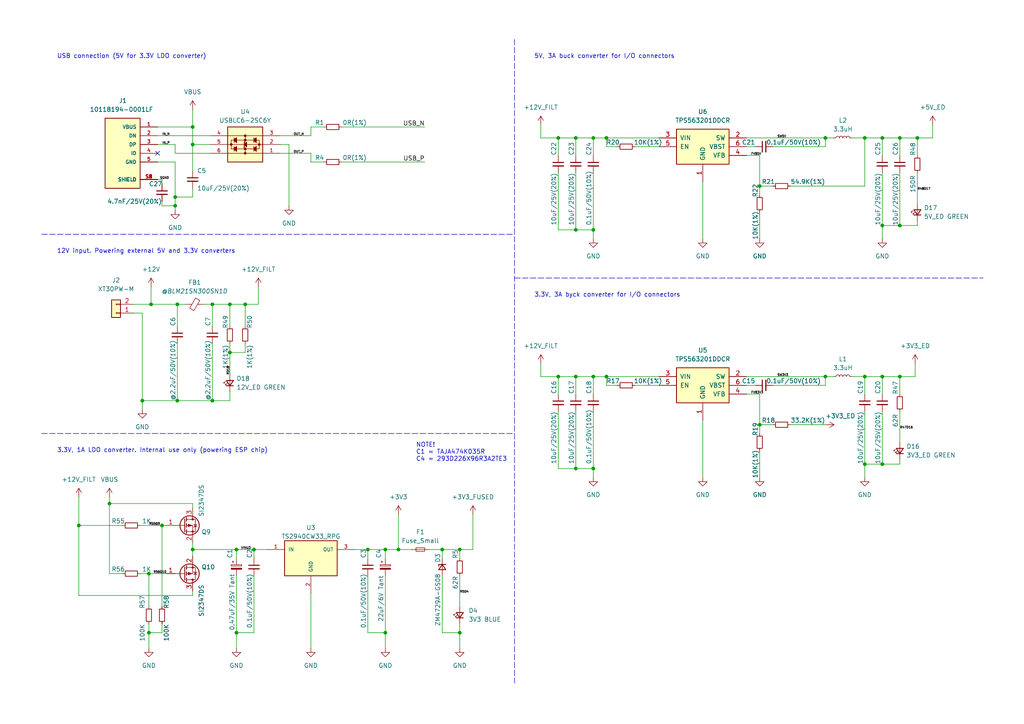
<source format=kicad_sch>
(kicad_sch (version 20211123) (generator eeschema)
  (paper "A4")
  (title_block (date "2024-01-29") (rev "0.1"))
  (lib_symbols
    (symbol "+3V3_ED_1" (power) (in_bom no) (on_board no)
      (property "Value" "+3V3_ED_1" (at 0 5.08 0))
      (symbol "+3V3_ED_1_1_1"
        (pin power_in line (at 0 0 90) (length 0) hide (name "+3V3_ED") (number "1"))
      )
    )
    (symbol "Connector_Generic:Conn_01x02" (pin_names (offset 1.016) hide)
      (property "Reference" "J" (at 0 2.54 0))
      (property "Value" "Conn_01x02" (at 0 -5.08 0))
      (symbol "Conn_01x02_1_1"
        (pin passive line (at -5.08 0 0) (length 3.81) (name "Pin_1") (number "1"))
        (pin passive line (at -5.08 -2.54 0) (length 3.81) (name "Pin_2") (number "2"))
      )
    )
    (symbol "Device:C_Polarized_Small" (pin_numbers hide) (pin_names (offset 0.254) hide)
      (property "Reference" "C" (at 0.254 1.778 0))
      (property "Value" "C_Polarized_Small" (at 0.254 -2.032 0))
      (symbol "C_Polarized_Small_1_1"
        (pin passive line (at 0 2.54 270) (length 1.8542) (name "~") (number "1"))
        (pin passive line (at 0 -2.54 90) (length 1.8542) (name "~") (number "2"))
      )
    )
    (symbol "Device:C_Small" (pin_numbers hide) (pin_names (offset 0.254) hide)
      (property "Reference" "C" (at 0.254 1.778 0))
      (property "Value" "C_Small" (at 0.254 -2.032 0))
      (symbol "C_Small_1_1"
        (pin passive line (at 0 2.54 270) (length 2.032) (name "~") (number "1"))
        (pin passive line (at 0 -2.54 90) (length 2.032) (name "~") (number "2"))
      )
    )
    (symbol "Device:D_Zener_Small" (pin_numbers hide) (pin_names (offset 0.254) hide)
      (property "Reference" "D" (at 0 2.286 0))
      (property "Value" "D_Zener_Small" (at 0 -2.286 0))
      (symbol "D_Zener_Small_1_1"
        (pin passive line (at -2.54 0 0) (length 1.778) (name "K") (number "1"))
        (pin passive line (at 2.54 0 180) (length 1.778) (name "A") (number "2"))
      )
    )
    (symbol "Device:FerriteBead_Small" (pin_numbers hide) (pin_names (offset 0))
      (property "Reference" "FB" (at 1.905 1.27 0))
      (property "Value" "FerriteBead_Small" (at 1.905 -1.27 0))
      (symbol "FerriteBead_Small_1_1"
        (pin passive line (at 0 2.54 270) (length 1.27) (name "~") (number "1"))
        (pin passive line (at 0 -2.54 90) (length 1.27) (name "~") (number "2"))
      )
    )
    (symbol "Device:Fuse_Small" (pin_numbers hide) (pin_names (offset 0.254) hide)
      (property "Reference" "F" (at 0 -1.524 0))
      (property "Value" "Fuse_Small" (at 0 1.524 0))
      (symbol "Fuse_Small_1_1"
        (pin passive line (at -2.54 0 0) (length 1.27) (name "~") (number "1"))
        (pin passive line (at 2.54 0 180) (length 1.27) (name "~") (number "2"))
      )
    )
    (symbol "Device:LED_Small" (pin_numbers hide) (pin_names (offset 0.254) hide)
      (property "Reference" "D" (at -1.27 3.175 0))
      (property "Value" "LED_Small" (at -4.445 -2.54 0))
      (symbol "LED_Small_1_1"
        (pin passive line (at -2.54 0 0) (length 1.778) (name "K") (number "1"))
        (pin passive line (at 2.54 0 180) (length 1.778) (name "A") (number "2"))
      )
    )
    (symbol "Device:L_Small" (pin_numbers hide) (pin_names (offset 0.254) hide)
      (property "Reference" "L" (at 0.762 1.016 0))
      (property "Value" "L_Small" (at 0.762 -1.016 0))
      (symbol "L_Small_1_1"
        (pin passive line (at 0 2.54 270) (length 0.508) (name "~") (number "1"))
        (pin passive line (at 0 -2.54 90) (length 0.508) (name "~") (number "2"))
      )
    )
    (symbol "Device:Q_PMOS_GSD" (pin_names (offset 0) hide)
      (property "Reference" "Q" (at 5.08 1.27 0))
      (property "Value" "Q_PMOS_GSD" (at 5.08 -1.27 0))
      (symbol "Q_PMOS_GSD_1_1"
        (pin input line (at -5.08 0 0) (length 2.54) (name "G") (number "1"))
        (pin passive line (at 2.54 -5.08 90) (length 2.54) (name "S") (number "2"))
        (pin passive line (at 2.54 5.08 270) (length 2.54) (name "D") (number "3"))
      )
    )
    (symbol "Device:R_Small" (pin_numbers hide) (pin_names (offset 0.254) hide)
      (property "Reference" "R" (at 0.762 0.508 0))
      (property "Value" "R_Small" (at 0.762 -1.016 0))
      (symbol "R_Small_1_1"
        (pin passive line (at 0 2.54 270) (length 0.762) (name "~") (number "1"))
        (pin passive line (at 0 -2.54 90) (length 0.762) (name "~") (number "2"))
      )
    )
    (symbol "POWER:+12V_FILT" (power) (in_bom no) (on_board no)
      (property "Value" "+12V_FILT" (at 0 6.35 0))
      (symbol "+12V_FILT_1_1"
        (pin power_in line (at 0 0 90) (length 0) hide (name "+12V_FILT") (number "1"))
      )
    )
    (symbol "POWER:+3V3_FUSED" (power) (in_bom no) (on_board no)
      (property "Value" "+3V3_FUSED" (at 0 5.08 0))
      (symbol "+3V3_FUSED_1_1"
        (pin power_in line (at 0 0 90) (length 0) hide (name "+3V3_FUSED") (number "1"))
      )
    )
    (symbol "POWER:+5V_ED" (power) (in_bom no) (on_board no)
      (property "Value" "+5V_ED" (at 0 5.08 0))
      (symbol "+5V_ED_1_1"
        (pin power_in line (at 0 0 90) (length 0) hide (name "+5V_ED") (number "1"))
      )
    )
    (symbol "TPS563201DDCR:TPS563201DDCR" (pin_names (offset 1.016))
      (property "Reference" "U" (at -1.27 11.43 0))
      (property "Value" "TPS563201DDCR" (at -7.62 6.35 0))
      (symbol "TPS563201DDCR_0_0"
        (pin power_in line (at 0 -10.16 90) (length 5.08) (name "GND") (number "1"))
        (pin output line (at 12.7 2.54 180) (length 5.08) (name "SW") (number "2"))
        (pin input line (at -12.7 2.54 0) (length 5.08) (name "VIN") (number "3"))
        (pin input line (at 12.7 -2.54 180) (length 5.08) (name "VFB") (number "4"))
        (pin input line (at -12.7 0 0) (length 5.08) (name "EN") (number "5"))
        (pin output line (at 12.7 0 180) (length 5.08) (name "VBST") (number "6"))
      )
    )
    (symbol "TS2940CW33_RPG:TS2940CW33_RPG" (pin_names (offset 1.016))
      (property "Reference" "U?" (at -7.62 5.08 0))
      (property "Value" "TS2940CW33_RPG" (at 1.27 -7.62 0))
      (symbol "TS2940CW33_RPG_0_0"
        (pin input line (at -12.7 2.54 0) (length 5.08) (name "IN") (number "1"))
        (pin power_in line (at 0 -10.16 90) (length 5.08) (name "GND") (number "2"))
        (pin output line (at 12.7 2.54 180) (length 5.08) (name "OUT") (number "3"))
      )
    )
    (symbol "USBLC6-2SC6:USBLC6-2SC6" (pin_names (offset 1.016))
      (property "Reference" "U" (at -1.27 8.89 0))
      (property "Value" "USBLC6-2SC6" (at -6.35 7.62 0))
      (symbol "USBLC6-2SC6_0_0"
        (pin bidirectional line (at -10.16 2.54 0) (length 5.08) (name "~") (number "1"))
        (pin power_in line (at -10.16 0 0) (length 5.08) (name "~") (number "2"))
        (pin bidirectional line (at -10.16 -2.54 0) (length 5.08) (name "~") (number "3"))
        (pin bidirectional line (at 10.16 -2.54 180) (length 5.08) (name "~") (number "4"))
        (pin power_in line (at 10.16 0 180) (length 5.08) (name "~") (number "5"))
        (pin bidirectional line (at 10.16 2.54 180) (length 5.08) (name "~") (number "6"))
      )
    )
    (symbol "USB_10118194-0001LF:10118194-0001LF" (pin_names (offset 1.016))
      (property "Reference" "J" (at -5.08 10.668 0))
      (property "Value" "10118194-0001LF" (at -5.08 -12.7 0))
      (symbol "10118194-0001LF_0_0"
        (pin passive line (at -10.16 7.62 0) (length 5.08) (name "VBUS") (number "1"))
        (pin passive line (at -10.16 5.08 0) (length 5.08) (name "DN") (number "2"))
        (pin passive line (at -10.16 2.54 0) (length 5.08) (name "DP") (number "3"))
        (pin passive line (at -10.16 0 0) (length 5.08) (name "ID") (number "4"))
        (pin passive line (at -10.16 -2.54 0) (length 5.08) (name "GND") (number "5"))
        (pin passive line (at -10.16 -7.62 0) (length 5.08) (name "SHIELD") (number "S1"))
        (pin passive line (at -10.16 -7.62 0) (length 5.08) (name "SHIELD") (number "S2"))
        (pin passive line (at -10.16 -7.62 0) (length 5.08) (name "SHIELD") (number "S3"))
        (pin passive line (at -10.16 -7.62 0) (length 5.08) (name "SHIELD") (number "S4"))
        (pin passive line (at -10.16 -7.62 0) (length 5.08) (name "SHIELD") (number "S5"))
        (pin passive line (at -10.16 -7.62 0) (length 5.08) (name "SHIELD") (number "S6"))
      )
    )
    (symbol "power:+12V" (power) (pin_names (offset 0))
      (property "Value" "+12V" (at 0 3.556 0))
      (symbol "+12V_1_1"
        (pin power_in line (at 0 0 90) (length 0) hide (name "+12V") (number "1"))
      )
    )
    (symbol "power:+3V3" (power) (pin_names (offset 0))
      (property "Value" "+3V3" (at 0 3.556 0))
      (symbol "+3V3_1_1"
        (pin power_in line (at 0 0 90) (length 0) hide (name "+3V3") (number "1"))
      )
    )
    (symbol "power:GND" (power) (pin_names (offset 0))
      (property "Value" "GND" (at 0 -3.81 0))
      (symbol "GND_1_1"
        (pin power_in line (at 0 0 270) (length 0) hide (name "GND") (number "1"))
      )
    )
    (symbol "power:VBUS" (power) (pin_names (offset 0))
      (property "Value" "VBUS" (at 0 3.81 0))
      (symbol "VBUS_1_1"
        (pin power_in line (at 0 0 90) (length 0) hide (name "VBUS") (number "1"))
      )
    )
  )
  (junction (at 255.905 65.405))
  (junction (at 250.825 109.22))
  (junction (at 73.66 159.385))
  (junction (at 220.345 123.19))
  (junction (at 128.27 159.385))
  (junction (at 68.58 159.385))
  (junction (at 55.88 36.83))
  (junction (at 55.88 159.385))
  (junction (at 239.395 40.005))
  (junction (at 175.895 109.22))
  (junction (at 43.18 166.37))
  (junction (at 172.085 135.89))
  (junction (at 46.99 152.4))
  (junction (at 260.985 65.405))
  (junction (at 66.675 102.235))
  (junction (at 255.905 134.62))
  (junction (at 255.905 40.005))
  (junction (at 133.35 159.385))
  (junction (at 41.275 116.205))
  (junction (at 43.18 183.515))
  (junction (at 167.005 109.22))
  (junction (at 50.8 57.15))
  (junction (at 220.345 53.975))
  (junction (at 260.985 109.22))
  (junction (at 266.065 40.005))
  (junction (at 51.435 88.265))
  (junction (at 68.58 183.515))
  (junction (at 172.085 66.675))
  (junction (at 66.675 88.265))
  (junction (at 55.88 41.91))
  (junction (at 106.68 159.385))
  (junction (at 111.76 159.385))
  (junction (at 250.825 40.005))
  (junction (at 167.005 40.005))
  (junction (at 161.925 40.005))
  (junction (at 250.825 134.62))
  (junction (at 111.76 183.515))
  (junction (at 43.815 88.265))
  (junction (at 167.005 135.89))
  (junction (at 161.925 109.22))
  (junction (at 115.57 159.385))
  (junction (at 255.905 109.22))
  (junction (at 133.35 183.515))
  (junction (at 172.085 109.22))
  (junction (at 61.595 116.205))
  (junction (at 31.75 146.05))
  (junction (at 175.895 40.005))
  (junction (at 61.595 88.265))
  (junction (at 172.085 40.005))
  (junction (at 167.005 66.675))
  (junction (at 51.435 116.205))
  (junction (at 22.86 152.4))
  (junction (at 239.395 109.22))
  (junction (at 50.8 59.69))
  (junction (at 260.985 40.005))
  (junction (at 71.12 88.265))
  (no_connect (at 45.72 44.45))
  (wire (pts (xy 250.825 119.38) (xy 250.825 134.62)))
  (wire (pts (xy 93.98 46.99) (xy 90.17 46.99)))
  (wire (pts (xy 216.535 42.545) (xy 219.075 42.545)))
  (wire (pts (xy 216.535 114.3) (xy 220.345 114.3)))
  (wire (pts (xy 161.925 119.38) (xy 161.925 135.89)))
  (wire (pts (xy 115.57 159.385) (xy 119.38 159.385)))
  (polyline (pts (xy 12.065 67.945) (xy 149.225 67.945)))
  (wire (pts (xy 250.825 40.005) (xy 255.905 40.005)))
  (wire (pts (xy 255.905 134.62) (xy 250.825 134.62)))
  (wire (pts (xy 51.435 99.695) (xy 51.435 116.205)))
  (wire (pts (xy 55.88 171.45) (xy 55.88 172.72)))
  (wire (pts (xy 55.88 41.91) (xy 55.88 49.53)))
  (wire (pts (xy 22.86 172.72) (xy 22.86 152.4)))
  (wire (pts (xy 266.065 40.005) (xy 260.985 40.005)))
  (wire (pts (xy 220.345 130.81) (xy 220.345 138.43)))
  (wire (pts (xy 68.58 161.925) (xy 68.58 159.385)))
  (wire (pts (xy 172.085 40.005) (xy 175.895 40.005)))
  (wire (pts (xy 260.985 119.38) (xy 260.985 128.27)))
  (wire (pts (xy 260.985 109.22) (xy 260.985 114.3)))
  (wire (pts (xy 55.88 57.15) (xy 50.8 57.15)))
  (wire (pts (xy 41.275 116.205) (xy 51.435 116.205)))
  (wire (pts (xy 270.51 36.195) (xy 270.51 40.005)))
  (wire (pts (xy 172.085 66.675) (xy 172.085 69.215)))
  (wire (pts (xy 99.06 36.83) (xy 123.19 36.83)))
  (wire (pts (xy 260.985 65.405) (xy 266.065 65.405)))
  (wire (pts (xy 156.845 105.41) (xy 156.845 109.22)))
  (wire (pts (xy 184.15 111.76) (xy 191.135 111.76)))
  (wire (pts (xy 156.845 40.005) (xy 161.925 40.005)))
  (wire (pts (xy 172.085 109.22) (xy 172.085 114.3)))
  (wire (pts (xy 66.675 113.665) (xy 66.675 116.205)))
  (wire (pts (xy 250.825 53.975) (xy 250.825 40.005)))
  (wire (pts (xy 255.905 114.3) (xy 255.905 109.22)))
  (wire (pts (xy 266.065 64.135) (xy 266.065 65.405)))
  (wire (pts (xy 133.35 161.925) (xy 133.35 159.385)))
  (wire (pts (xy 255.905 50.165) (xy 255.905 65.405)))
  (wire (pts (xy 68.58 159.385) (xy 73.66 159.385)))
  (wire (pts (xy 255.905 40.005) (xy 255.905 45.085)))
  (wire (pts (xy 179.07 42.545) (xy 175.895 42.545)))
  (wire (pts (xy 31.75 146.05) (xy 55.88 146.05)))
  (wire (pts (xy 41.275 116.205) (xy 41.275 118.745)))
  (wire (pts (xy 66.675 88.265) (xy 61.595 88.265)))
  (wire (pts (xy 43.18 183.515) (xy 43.18 187.96)))
  (wire (pts (xy 172.085 109.22) (xy 175.895 109.22)))
  (wire (pts (xy 111.76 159.385) (xy 106.68 159.385)))
  (wire (pts (xy 220.345 45.085) (xy 220.345 53.975)))
  (wire (pts (xy 115.57 149.225) (xy 115.57 159.385)))
  (wire (pts (xy 224.155 111.76) (xy 239.395 111.76)))
  (wire (pts (xy 220.345 123.19) (xy 224.155 123.19)))
  (wire (pts (xy 111.76 159.385) (xy 115.57 159.385)))
  (wire (pts (xy 61.595 99.695) (xy 61.595 116.205)))
  (wire (pts (xy 74.93 83.185) (xy 74.93 88.265)))
  (wire (pts (xy 239.395 40.005) (xy 216.535 40.005)))
  (wire (pts (xy 161.925 40.005) (xy 167.005 40.005)))
  (wire (pts (xy 255.905 65.405) (xy 255.905 69.215)))
  (wire (pts (xy 22.86 152.4) (xy 22.86 144.145)))
  (wire (pts (xy 167.005 119.38) (xy 167.005 135.89)))
  (wire (pts (xy 61.595 88.265) (xy 61.595 94.615)))
  (wire (pts (xy 43.18 180.975) (xy 43.18 183.515)))
  (wire (pts (xy 46.99 183.515) (xy 43.18 183.515)))
  (wire (pts (xy 50.8 44.45) (xy 50.8 41.91)))
  (wire (pts (xy 55.88 41.91) (xy 60.96 41.91)))
  (wire (pts (xy 156.845 36.195) (xy 156.845 40.005)))
  (wire (pts (xy 216.535 111.76) (xy 219.075 111.76)))
  (wire (pts (xy 161.925 135.89) (xy 167.005 135.89)))
  (wire (pts (xy 38.735 88.265) (xy 43.815 88.265)))
  (wire (pts (xy 46.99 152.4) (xy 48.26 152.4)))
  (wire (pts (xy 43.18 166.37) (xy 48.26 166.37)))
  (wire (pts (xy 55.88 157.48) (xy 55.88 159.385)))
  (wire (pts (xy 90.17 36.83) (xy 90.17 39.37)))
  (wire (pts (xy 111.76 183.515) (xy 106.68 183.515)))
  (wire (pts (xy 172.085 119.38) (xy 172.085 135.89)))
  (wire (pts (xy 266.065 50.165) (xy 266.065 59.055)))
  (wire (pts (xy 239.395 42.545) (xy 239.395 40.005)))
  (wire (pts (xy 68.58 167.005) (xy 68.58 183.515)))
  (wire (pts (xy 74.93 88.265) (xy 71.12 88.265)))
  (wire (pts (xy 68.58 183.515) (xy 73.66 183.515)))
  (wire (pts (xy 106.68 159.385) (xy 106.68 161.925)))
  (wire (pts (xy 128.27 183.515) (xy 133.35 183.515)))
  (wire (pts (xy 51.435 88.265) (xy 53.975 88.265)))
  (wire (pts (xy 167.005 109.22) (xy 172.085 109.22)))
  (wire (pts (xy 255.905 109.22) (xy 250.825 109.22)))
  (wire (pts (xy 40.64 152.4) (xy 46.99 152.4)))
  (wire (pts (xy 260.985 134.62) (xy 255.905 134.62)))
  (wire (pts (xy 55.88 159.385) (xy 68.58 159.385)))
  (wire (pts (xy 175.895 111.76) (xy 175.895 109.22)))
  (wire (pts (xy 46.99 59.69) (xy 50.8 59.69)))
  (wire (pts (xy 43.815 83.185) (xy 43.815 88.265)))
  (wire (pts (xy 224.155 42.545) (xy 239.395 42.545)))
  (wire (pts (xy 220.345 114.3) (xy 220.345 123.19)))
  (wire (pts (xy 50.8 46.99) (xy 50.8 57.15)))
  (wire (pts (xy 250.825 109.22) (xy 250.825 114.3)))
  (wire (pts (xy 111.76 167.005) (xy 111.76 183.515)))
  (wire (pts (xy 220.345 61.595) (xy 220.345 69.215)))
  (wire (pts (xy 55.88 36.83) (xy 55.88 41.91)))
  (wire (pts (xy 241.935 40.005) (xy 239.395 40.005)))
  (wire (pts (xy 133.35 180.975) (xy 133.35 183.515)))
  (wire (pts (xy 179.07 111.76) (xy 175.895 111.76)))
  (wire (pts (xy 81.28 41.91) (xy 83.82 41.91)))
  (wire (pts (xy 161.925 109.22) (xy 161.925 114.3)))
  (wire (pts (xy 73.66 159.385) (xy 73.66 161.925)))
  (wire (pts (xy 66.675 102.235) (xy 66.675 108.585)))
  (wire (pts (xy 46.99 152.4) (xy 46.99 175.895)))
  (wire (pts (xy 55.88 36.83) (xy 55.88 31.75)))
  (wire (pts (xy 40.64 166.37) (xy 43.18 166.37)))
  (wire (pts (xy 167.005 40.005) (xy 167.005 45.085)))
  (wire (pts (xy 35.56 152.4) (xy 22.86 152.4)))
  (wire (pts (xy 167.005 50.165) (xy 167.005 66.675)))
  (wire (pts (xy 45.72 52.07) (xy 46.99 52.07)))
  (wire (pts (xy 93.98 36.83) (xy 90.17 36.83)))
  (wire (pts (xy 260.985 109.22) (xy 255.905 109.22)))
  (wire (pts (xy 124.46 159.385) (xy 128.27 159.385)))
  (wire (pts (xy 220.345 123.19) (xy 220.345 125.73)))
  (wire (pts (xy 43.18 166.37) (xy 43.18 175.895)))
  (wire (pts (xy 239.395 109.22) (xy 216.535 109.22)))
  (wire (pts (xy 265.43 109.22) (xy 260.985 109.22)))
  (wire (pts (xy 61.595 116.205) (xy 51.435 116.205)))
  (wire (pts (xy 133.35 183.515) (xy 133.35 187.96)))
  (wire (pts (xy 22.86 172.72) (xy 55.88 172.72)))
  (wire (pts (xy 128.27 159.385) (xy 128.27 161.925)))
  (wire (pts (xy 71.12 102.235) (xy 66.675 102.235)))
  (wire (pts (xy 71.12 88.265) (xy 71.12 94.615)))
  (wire (pts (xy 38.735 90.805) (xy 41.275 90.805)))
  (wire (pts (xy 66.675 99.695) (xy 66.675 102.235)))
  (wire (pts (xy 55.88 159.385) (xy 55.88 161.29)))
  (wire (pts (xy 102.87 159.385) (xy 106.68 159.385)))
  (wire (pts (xy 167.005 66.675) (xy 172.085 66.675)))
  (wire (pts (xy 137.16 149.225) (xy 137.16 159.385)))
  (wire (pts (xy 43.815 88.265) (xy 51.435 88.265)))
  (wire (pts (xy 51.435 88.265) (xy 51.435 94.615)))
  (wire (pts (xy 167.005 109.22) (xy 167.005 114.3)))
  (wire (pts (xy 31.75 146.05) (xy 31.75 144.145)))
  (wire (pts (xy 156.845 109.22) (xy 161.925 109.22)))
  (polyline (pts (xy 149.225 11.43) (xy 149.225 198.12)))
  (polyline (pts (xy 149.225 80.645) (xy 285.115 80.645)))
  (wire (pts (xy 55.88 147.32) (xy 55.88 146.05)))
  (wire (pts (xy 71.12 99.695) (xy 71.12 102.235)))
  (wire (pts (xy 83.82 41.91) (xy 83.82 59.69)))
  (wire (pts (xy 133.35 167.005) (xy 133.35 175.895)))
  (wire (pts (xy 50.8 59.69) (xy 50.8 60.96)))
  (wire (pts (xy 220.345 53.975) (xy 224.155 53.975)))
  (wire (pts (xy 99.06 46.99) (xy 123.19 46.99)))
  (wire (pts (xy 31.75 166.37) (xy 31.75 146.05)))
  (wire (pts (xy 172.085 40.005) (xy 172.085 45.085)))
  (wire (pts (xy 260.985 40.005) (xy 255.905 40.005)))
  (wire (pts (xy 90.17 44.45) (xy 90.17 46.99)))
  (wire (pts (xy 167.005 135.89) (xy 172.085 135.89)))
  (wire (pts (xy 241.935 109.22) (xy 239.395 109.22)))
  (wire (pts (xy 220.345 53.975) (xy 220.345 56.515)))
  (wire (pts (xy 161.925 40.005) (xy 161.925 45.085)))
  (wire (pts (xy 106.68 167.005) (xy 106.68 183.515)))
  (wire (pts (xy 55.88 54.61) (xy 55.88 57.15)))
  (wire (pts (xy 175.895 109.22) (xy 191.135 109.22)))
  (wire (pts (xy 255.905 119.38) (xy 255.905 134.62)))
  (wire (pts (xy 45.72 36.83) (xy 55.88 36.83)))
  (wire (pts (xy 247.015 40.005) (xy 250.825 40.005)))
  (wire (pts (xy 45.72 39.37) (xy 60.96 39.37)))
  (wire (pts (xy 229.235 53.975) (xy 250.825 53.975)))
  (wire (pts (xy 175.895 40.005) (xy 191.135 40.005)))
  (wire (pts (xy 68.58 183.515) (xy 68.58 187.96)))
  (wire (pts (xy 81.28 44.45) (xy 90.17 44.45)))
  (wire (pts (xy 266.065 40.005) (xy 266.065 45.085)))
  (wire (pts (xy 73.66 167.005) (xy 73.66 183.515)))
  (wire (pts (xy 260.985 133.35) (xy 260.985 134.62)))
  (wire (pts (xy 50.8 57.15) (xy 50.8 59.69)))
  (wire (pts (xy 111.76 161.925) (xy 111.76 159.385)))
  (wire (pts (xy 71.12 88.265) (xy 66.675 88.265)))
  (wire (pts (xy 73.66 159.385) (xy 77.47 159.385)))
  (wire (pts (xy 203.835 69.215) (xy 203.835 52.705)))
  (wire (pts (xy 172.085 50.165) (xy 172.085 66.675)))
  (wire (pts (xy 167.005 40.005) (xy 172.085 40.005)))
  (wire (pts (xy 250.825 134.62) (xy 250.825 138.43)))
  (wire (pts (xy 260.985 50.165) (xy 260.985 65.405)))
  (wire (pts (xy 50.8 41.91) (xy 45.72 41.91)))
  (wire (pts (xy 59.055 88.265) (xy 61.595 88.265)))
  (wire (pts (xy 247.015 109.22) (xy 250.825 109.22)))
  (wire (pts (xy 260.985 65.405) (xy 255.905 65.405)))
  (wire (pts (xy 66.675 116.205) (xy 61.595 116.205)))
  (wire (pts (xy 111.76 183.515) (xy 111.76 187.96)))
  (wire (pts (xy 184.15 42.545) (xy 191.135 42.545)))
  (wire (pts (xy 161.925 50.165) (xy 161.925 66.675)))
  (wire (pts (xy 41.275 90.805) (xy 41.275 116.205)))
  (wire (pts (xy 66.675 88.265) (xy 66.675 94.615)))
  (wire (pts (xy 239.395 111.76) (xy 239.395 109.22)))
  (polyline (pts (xy 12.065 125.73) (xy 149.225 125.73)))
  (wire (pts (xy 137.16 159.385) (xy 133.35 159.385)))
  (wire (pts (xy 265.43 105.41) (xy 265.43 109.22)))
  (wire (pts (xy 175.895 42.545) (xy 175.895 40.005)))
  (wire (pts (xy 260.985 45.085) (xy 260.985 40.005)))
  (wire (pts (xy 35.56 166.37) (xy 31.75 166.37)))
  (wire (pts (xy 172.085 135.89) (xy 172.085 138.43)))
  (wire (pts (xy 270.51 40.005) (xy 266.065 40.005)))
  (wire (pts (xy 50.8 44.45) (xy 60.96 44.45)))
  (wire (pts (xy 90.17 172.085) (xy 90.17 187.96)))
  (wire (pts (xy 46.99 52.07) (xy 46.99 53.34)))
  (wire (pts (xy 229.235 123.19) (xy 239.395 123.19)))
  (wire (pts (xy 128.27 159.385) (xy 133.35 159.385)))
  (wire (pts (xy 45.72 46.99) (xy 50.8 46.99)))
  (wire (pts (xy 128.27 167.005) (xy 128.27 183.515)))
  (wire (pts (xy 161.925 66.675) (xy 167.005 66.675)))
  (wire (pts (xy 203.835 138.43) (xy 203.835 121.92)))
  (wire (pts (xy 161.925 109.22) (xy 167.005 109.22)))
  (wire (pts (xy 81.28 39.37) (xy 90.17 39.37)))
  (wire (pts (xy 46.99 58.42) (xy 46.99 59.69)))
  (wire (pts (xy 46.99 180.975) (xy 46.99 183.515)))
  (wire (pts (xy 216.535 45.085) (xy 220.345 45.085)))
  (text "3.3V, 3A byck converter for I/O connectors" (at 154.94 86.36 0) (effects (font (size 1.27 1.27)) (justify left bottom)))
  (text "5V, 3A buck converter for I/O connectors" (at 154.94 17.145 0) (effects (font (size 1.27 1.27)) (justify left bottom)))
  (text "USB connection (5V for 3.3V LDO converter)" (at 16.51 17.145 0) (effects (font (size 1.27 1.27)) (justify left bottom)))
  (text "3.3V, 1A LDO converter. Internal use only (powering ESP chip)" (at 16.51 131.445 0) (effects (font (size 1.27 1.27)) (justify left bottom)))
  (text "NOTE!\nC1 = TAJA474K035R\nC4 = 293D226X96R3A2TE3" (at 120.65 133.985 0) (effects (font (size 1.27 1.27)) (justify left bottom)))
  (text "12V input. Powering external 5V and 3.3V converters" (at 16.51 73.66 0) (effects (font (size 1.27 1.27)) (justify left bottom)))
  (label "OUT_N" (at 85.09 39.37 0) (effects (font (size 0.63 0.63))))
  (label "SGND" (at 46.355 52.07 0) (effects (font (size 0.63 0.63))))
  (label "R56Q10" (at 44.45 166.37 0) (effects (font (size 0.63 0.63))))
  (label "OUT_P" (at 85.09 44.45 0) (effects (font (size 0.63 0.63))))
  (label "USB_N" (at 123.19 36.83 180))
  (label "FVB3V3" (at 217.805 114.3 0) (effects (font (size 0.63 0.63))))
  (label "R47D16" (at 260.985 124.46 0) (effects (font (size 0.63 0.63))))
  (label "SW5V" (at 225.425 40.005 0) (effects (font (size 0.63 0.63))))
  (label "USB_P" (at 123.19 46.99 180))
  (label "IN_P" (at 47.004 41.91 0) (effects (font (size 0.63 0.63))))
  (label "IN_N" (at 46.99 39.37 0) (effects (font (size 0.63 0.63))))
  (label "R5D4" (at 133.35 172.085 0) (effects (font (size 0.63 0.63))))
  (label "SW3V3" (at 225.425 109.22 0) (effects (font (size 0.63 0.63))))
  (label "FVB5V" (at 217.805 45.085 0) (effects (font (size 0.63 0.63))))
  (label "VINU3" (at 69.85 159.385 0) (effects (font (size 0.63 0.63))))
  (label "R48D17" (at 266.065 55.245 0) (effects (font (size 0.63 0.63))))
  (label "R55Q9" (at 43.18 152.4 0) (effects (font (size 0.63 0.63))))
  (label "RD18" (at 66.675 106.045 270) (effects (font (size 0.63 0.63))))
  (symbol (lib_id "Device:Q_PMOS_GSD") (at 53.34 152.4 0) (unit 1)
    (property "Reference" "Q9" (at 58.42 154.305 0) (effects (justify left)))
    (property "Value" "SI2347DS" (at 58.42 149.86 90) (effects (justify left)))
    (property "Footprint" "Package_TO_SOT_SMD:TSOT-23" (effects hide))
  )
  (symbol (lib_id "power:GND") (at 133.35 187.96 0) (unit 1)
    (property "Reference" "#PWR010" (effects hide))
    (property "Value" "GND" (at 133.35 193.04 0))
  )
  (symbol (lib_id "Device:C_Small") (at 172.085 116.84 0) (unit 1)
    (property "Reference" "C18" (at 170.815 114.3 90) (effects (justify left)))
    (property "Value" "0.1uF/50V(10%)" (at 170.815 134.62 90) (effects (justify left)))
    (property "Footprint" "Capacitor_SMD:C_0805_2012Metric" (effects hide))
  )
  (symbol (lib_id "TPS563201DDCR:TPS563201DDCR") (at 203.835 42.545 0) (unit 1)
    (property "Reference" "U6" (at 203.835 32.385 0))
    (property "Value" "TPS563201DDCR" (at 203.835 34.925 0))
    (property "Footprint" "TPS563201DDCR:SOT95P280X110-6N" (effects hide))
    (property "MF" "Texas Instruments" (effects hide))
    (property "MAXIMUM_PACKAGE_HEIGHT" "1.10mm" (effects hide))
    (property "Package" "SOT-23-THN-6 Texas Instruments" (effects hide))
    (property "Price" "None" (effects hide))
    (property "Check_prices" "https://www.snapeda.com/parts/TPS563201DDCR/Texas+Instruments/view-part/?ref=eda" (effects hide))
    (property "STANDARD" "IPC-7351B" (effects hide))
    (property "PARTREV" "December 2015" (effects hide))
    (property "SnapEDA_Link" "https://www.snapeda.com/parts/TPS563201DDCR/Texas+Instruments/view-part/?ref=snap" (effects hide))
    (property "MP" "TPS563201DDCR" (effects hide))
    (property "Purchase-URL" "https://www.snapeda.com/api/url_track_click_mouser/?unipart_id=1236927&manufacturer=Texas Instruments&part_name=TPS563201DDCR&search_term=None" (effects hide))
    (property "Description" "\n4.5 V to 17 V input, 3 A output, synchronous step-down converter in Eco-mode\n" (effects hide))
    (property "Availability" "In Stock" (effects hide))
    (property "MANUFACTURER" "Texas Instruments" (effects hide))
  )
  (symbol (lib_id "power:GND") (at 203.835 69.215 0) (unit 1)
    (property "Reference" "#PWR039" (effects hide))
    (property "Value" "GND" (at 203.835 74.295 0))
  )
  (symbol (lib_id "power:GND") (at 172.085 138.43 0) (unit 1)
    (property "Reference" "#PWR026" (effects hide))
    (property "Value" "GND" (at 172.085 143.51 0))
  )
  (symbol (lib_id "Device:R_Small") (at 38.1 166.37 90) (unit 1)
    (property "Reference" "R56" (at 34.29 165.1 90))
    (property "Value" "1K" (at 42.545 165.1 90))
    (property "Footprint" "Resistor_SMD:R_0805_2012Metric" (effects hide))
  )
  (symbol (lib_id "power:VBUS") (at 31.75 144.145 0) (unit 1)
    (property "Reference" "#PWR03" (effects hide))
    (property "Value" "VBUS" (at 31.75 139.065 0))
  )
  (symbol (lib_id "POWER:+3V3_FUSED") (at 137.16 149.225 0) (unit 1) (in_bom no) (on_board no)
    (property "Reference" "#PWR011" (effects hide))
    (property "Value" "+3V3_FUSED" (at 137.16 144.145 0))
  )
  (symbol (lib_id "Device:R_Small") (at 133.35 164.465 0) (unit 1)
    (property "Reference" "R5" (at 132.08 159.385 90) (effects (justify right)))
    (property "Value" "62R" (at 132.08 167.005 90) (effects (justify right)))
    (property "Footprint" "Resistor_SMD:R_0805_2012Metric" (effects hide))
  )
  (symbol (lib_id "power:GND") (at 172.085 69.215 0) (unit 1)
    (property "Reference" "#PWR038" (effects hide))
    (property "Value" "GND" (at 172.085 74.295 0))
  )
  (symbol (lib_id "Device:C_Small") (at 221.615 111.76 90) (unit 1)
    (property "Reference" "C15" (at 219.075 110.49 90) (effects (justify left)))
    (property "Value" "0.1uF/50V(10%)" (at 238.125 110.49 90) (effects (justify left)))
    (property "Footprint" "Capacitor_SMD:C_0805_2012Metric" (effects hide))
  )
  (symbol (lib_id "power:GND") (at 68.58 187.96 0) (unit 1)
    (property "Reference" "#PWR07" (effects hide))
    (property "Value" "GND" (at 68.58 193.04 0))
  )
  (symbol (lib_id "Device:C_Polarized_Small") (at 111.76 164.465 0) (unit 1)
    (property "Reference" "C4" (at 109.855 161.925 90) (effects (justify left)))
    (property "Value" "22uF/6V Tant" (at 110.49 180.34 90) (effects (justify left)))
    (property "Footprint" "Capacitor_Tantalum_SMD:CP_EIA-3216-18_Kemet-A" (effects hide))
  )
  (symbol (lib_id "Device:C_Small") (at 250.825 116.84 0) (unit 1)
    (property "Reference" "C19" (at 249.555 114.3 90) (effects (justify left)))
    (property "Value" "10uF/25V(20%)" (at 249.555 134.62 90) (effects (justify left)))
    (property "Footprint" "Capacitor_SMD:C_0805_2012Metric" (effects hide))
  )
  (symbol (lib_id "Device:C_Small") (at 106.68 164.465 0) (unit 1)
    (property "Reference" "C3" (at 105.41 161.925 90) (effects (justify left)))
    (property "Value" "0.1uF/50V(10%)" (at 105.41 182.245 90) (effects (justify left)))
    (property "Footprint" "Capacitor_SMD:C_0805_2012Metric" (effects hide))
  )
  (symbol (lib_id "Device:LED_Small") (at 266.065 61.595 90) (unit 1)
    (property "Reference" "D17" (at 267.97 60.2614 90) (effects (justify right)))
    (property "Value" "5V_ED GREEN" (at 267.97 62.8014 90) (effects (justify right)))
    (property "Footprint" "LED_SMD:LED_0805_2012Metric" (effects hide))
  )
  (symbol (lib_id "Device:LED_Small") (at 260.985 130.81 90) (unit 1)
    (property "Reference" "D16" (at 262.89 129.4764 90) (effects (justify right)))
    (property "Value" "3V3_ED GREEN" (at 262.89 132.0164 90) (effects (justify right)))
    (property "Footprint" "LED_SMD:LED_0805_2012Metric" (effects hide))
  )
  (symbol (lib_id "power:GND") (at 41.275 118.745 0) (unit 1)
    (property "Reference" "#PWR012" (effects hide))
    (property "Value" "GND" (at 41.275 123.825 0))
  )
  (symbol (lib_id "Device:R_Small") (at 226.695 123.19 90) (unit 1)
    (property "Reference" "R18" (at 222.885 121.92 90))
    (property "Value" "33.2K(1%)" (at 234.315 121.92 90))
    (property "Footprint" "Resistor_SMD:R_0805_2012Metric" (effects hide))
  )
  (symbol (lib_id "Device:R_Small") (at 96.52 36.83 90) (unit 1)
    (property "Reference" "R1" (at 92.71 35.56 90))
    (property "Value" "0R(1%)" (at 102.87 35.56 90))
    (property "Footprint" "Resistor_SMD:R_0805_2012Metric" (effects hide))
  )
  (symbol (lib_id "power:GND") (at 83.82 59.69 0) (unit 1)
    (property "Reference" "#PWR06" (effects hide))
    (property "Value" "GND" (at 83.82 64.77 0))
  )
  (symbol (lib_id "Device:C_Small") (at 161.925 47.625 0) (unit 1)
    (property "Reference" "C22" (at 160.655 45.085 90) (effects (justify left)))
    (property "Value" "10uF/25V(20%)" (at 160.655 65.405 90) (effects (justify left)))
    (property "Footprint" "Capacitor_SMD:C_0805_2012Metric" (effects hide))
  )
  (symbol (lib_id "Device:R_Small") (at 96.52 46.99 90) (unit 1)
    (property "Reference" "R4" (at 92.71 45.72 90))
    (property "Value" "0R(1%)" (at 102.87 45.72 90))
    (property "Footprint" "Resistor_SMD:R_0805_2012Metric" (effects hide))
  )
  (symbol (lib_id "POWER:+5V_ED") (at 270.51 36.195 0) (unit 1) (in_bom no) (on_board no)
    (property "Reference" "#PWR033" (effects hide))
    (property "Value" "+5V_ED" (at 270.51 31.115 0))
  )
  (symbol (lib_id "power:GND") (at 111.76 187.96 0) (unit 1)
    (property "Reference" "#PWR09" (effects hide))
    (property "Value" "GND" (at 111.76 193.04 0))
  )
  (symbol (lib_id "Device:R_Small") (at 71.12 97.155 0) (unit 1)
    (property "Reference" "R50" (at 72.39 93.345 90))
    (property "Value" "1K(1%)" (at 72.39 103.505 90))
    (property "Footprint" "Resistor_SMD:R_0805_2012Metric" (effects hide))
  )
  (symbol (lib_id "POWER:+12V_FILT") (at 74.93 83.185 0) (unit 1) (in_bom no) (on_board no)
    (property "Reference" "#PWR031" (effects hide))
    (property "Value" "+12V_FILT" (at 74.93 78.105 0))
  )
  (symbol (lib_id "Device:R_Small") (at 43.18 178.435 0) (unit 1)
    (property "Reference" "R57" (at 41.275 174.625 90))
    (property "Value" "100K" (at 41.275 183.515 90))
    (property "Footprint" "Resistor_SMD:R_0805_2012Metric" (effects hide))
  )
  (symbol (lib_id "Device:R_Small") (at 181.61 111.76 90) (unit 1)
    (property "Reference" "R17" (at 177.8 110.49 90))
    (property "Value" "10K(1%)" (at 187.96 110.49 90))
    (property "Footprint" "Resistor_SMD:R_0805_2012Metric" (effects hide))
  )
  (symbol (lib_id "Device:LED_Small") (at 133.35 178.435 90) (unit 1)
    (property "Reference" "D4" (at 135.89 177.1014 90) (effects (justify right)))
    (property "Value" "3V3 BLUE" (at 135.89 179.6414 90) (effects (justify right)))
    (property "Footprint" "LED_SMD:LED_0805_2012Metric" (effects hide))
  )
  (symbol (lib_id "Device:D_Zener_Small") (at 128.27 164.465 90) (mirror x) (unit 1)
    (property "Reference" "D3" (at 127 163.195 0) (effects (justify right)))
    (property "Value" "ZM4729A-GS08" (at 127 181.61 0) (effects (justify right)))
    (property "Footprint" "Diode_SMD:D_MELF" (effects hide))
  )
  (symbol (lib_id "Device:C_Small") (at 55.88 52.07 0) (unit 1)
    (property "Reference" "C5" (at 57.15 49.53 0) (effects (justify left)))
    (property "Value" "10uF/25V(20%)" (at 57.15 54.61 0) (effects (justify left)))
    (property "Footprint" "Capacitor_SMD:C_0805_2012Metric" (effects hide))
  )
  (symbol (lib_id "Device:R_Small") (at 220.345 128.27 0) (unit 1)
    (property "Reference" "R19" (at 219.075 124.46 90))
    (property "Value" "10K(1%)" (at 219.075 134.62 90))
    (property "Footprint" "Resistor_SMD:R_0805_2012Metric" (effects hide))
  )
  (symbol (lib_id "POWER:+12V_FILT") (at 22.86 144.145 0) (unit 1) (in_bom no) (on_board no)
    (property "Reference" "#PWR02" (effects hide))
    (property "Value" "+12V_FILT" (at 22.86 139.065 0))
  )
  (symbol (lib_id "Device:Fuse_Small") (at 121.92 159.385 180) (unit 1)
    (property "Reference" "F1" (at 121.92 154.305 0))
    (property "Value" "Fuse_Small" (at 121.92 156.845 0))
    (property "Footprint" "Fuse:Fuse_0805_2012Metric" (effects hide))
  )
  (symbol (lib_id "Device:C_Small") (at 172.085 47.625 0) (unit 1)
    (property "Reference" "C24" (at 170.815 45.085 90) (effects (justify left)))
    (property "Value" "0.1uF/50V(10%)" (at 170.815 65.405 90) (effects (justify left)))
    (property "Footprint" "Capacitor_SMD:C_0805_2012Metric" (effects hide))
  )
  (symbol (lib_id "TS2940CW33_RPG:TS2940CW33_RPG") (at 90.17 161.925 0) (unit 1)
    (property "Reference" "U3" (at 90.17 153.035 0))
    (property "Value" "TS2940CW33_RPG" (at 90.17 155.575 0))
    (property "Footprint" "TS2940CW33_RPG:VREG_TS2940CW33_RPG" (effects hide))
    (property "MF" "Taiwan Semiconductor Corporation" (effects hide))
    (property "MAXIMUM_PACKAGE_HEIGHT" "1.80mm" (effects hide))
    (property "Package" "SOT-223 Taiwan Semiconductor" (effects hide))
    (property "Price" "None" (effects hide))
    (property "Check_prices" "https://www.snapeda.com/parts/TS2940CW33%20RPG/Taiwan+Semiconductor/view-part/?ref=eda" (effects hide))
    (property "STANDARD" "Manufacturer recommendation" (effects hide))
    (property "PARTREV" "E15" (effects hide))
    (property "SnapEDA_Link" "https://www.snapeda.com/parts/TS2940CW33%20RPG/Taiwan+Semiconductor/view-part/?ref=snap" (effects hide))
    (property "MP" "TS2940CW33 RPG" (effects hide))
    (property "Purchase-URL" "https://www.snapeda.com/api/url_track_click_mouser/?unipart_id=3656298&manufacturer=Taiwan Semiconductor Corporation&part_name=TS2940CW33 RPG&search_term=ts2940" (effects hide))
    (property "Description" "\n1A 3.3V ULTRA LOW DROPOUT VOLTAGE REGULATOR\n" (effects hide))
    (property "Availability" "In Stock" (effects hide))
    (property "MANUFACTURER" "Taiwan Semiconductor" (effects hide))
  )
  (symbol (lib_id "power:VBUS") (at 55.88 31.75 0) (unit 1)
    (property "Reference" "#PWR01" (effects hide))
    (property "Value" "VBUS" (at 55.88 26.67 0))
  )
  (symbol (lib_id "USB_10118194-0001LF:10118194-0001LF") (at 35.56 44.45 0) (mirror y) (unit 1)
    (property "Reference" "J1" (at 36.83 29.21 0) (effects (justify left)))
    (property "Value" "10118194-0001LF" (at 44.45 31.75 0) (effects (justify left)))
    (property "Footprint" "USB_10118194-0001LF:USB_AMPHENOL_10118194-0001LF" (effects hide))
    (property "MF" "Amphenol ICC" (effects hide))
    (property "MAXIMUM_PACKAGE_HEIGHT" "2.66 mm" (effects hide))
    (property "Package" "None" (effects hide))
    (property "Price" "None" (effects hide))
    (property "Check_prices" "https://www.snapeda.com/parts/10118194-0001LF/Amphenol+FCI/view-part/?ref=eda" (effects hide))
    (property "STANDARD" "Manufacturer Recommendations" (effects hide))
    (property "PARTREV" "D" (effects hide))
    (property "SnapEDA_Link" "https://www.snapeda.com/parts/10118194-0001LF/Amphenol+FCI/view-part/?ref=snap" (effects hide))
    (property "MP" "10118194-0001LF" (effects hide))
    (property "Purchase-URL" "https://www.snapeda.com/api/url_track_click_mouser/?unipart_id=47625&manufacturer=Amphenol ICC&part_name=10118194-0001LF&search_term=None" (effects hide))
    (property "Description" "\nMicro USB, Input Output Connectors, B TYPE RECEPTACLE with flange\n" (effects hide))
    (property "Availability" "In Stock" (effects hide))
    (property "MANUFACTURER" "Amphenol ICC" (effects hide))
  )
  (symbol (lib_name "+3V3_ED_1") (lib_id "POWER:+3V3_ED") (at 239.395 123.19 270) (unit 1) (in_bom no) (on_board no)
    (property "Reference" "#PWR015" (effects hide))
    (property "Value" "+3V3_ED" (at 239.395 120.65 90) (effects (justify left)))
  )
  (symbol (lib_id "Device:R_Small") (at 260.985 116.84 0) (unit 1)
    (property "Reference" "R47" (at 259.715 110.49 90) (effects (justify right)))
    (property "Value" "62R" (at 259.715 120.015 90) (effects (justify right)))
    (property "Footprint" "Resistor_SMD:R_0805_2012Metric" (effects hide))
  )
  (symbol (lib_id "Connector_Generic:Conn_01x02") (at 33.655 90.805 180) (unit 1)
    (property "Reference" "J2" (at 33.655 81.28 0))
    (property "Value" "XT30PW-M" (at 33.655 83.82 0))
    (property "Footprint" "Connector_AMASS:AMASS_XT30PW-M_1x02_P2.50mm_Horizontal" (effects hide))
  )
  (symbol (lib_id "Device:C_Small") (at 260.985 47.625 0) (unit 1)
    (property "Reference" "C26" (at 259.715 45.085 90) (effects (justify left)))
    (property "Value" "10uF/25V(20%)" (at 259.715 65.405 90) (effects (justify left)))
    (property "Footprint" "Capacitor_SMD:C_0805_2012Metric" (effects hide))
  )
  (symbol (lib_id "Device:R_Small") (at 46.99 178.435 0) (unit 1)
    (property "Reference" "R58" (at 48.26 174.625 90))
    (property "Value" "100K" (at 48.26 183.515 90))
    (property "Footprint" "Resistor_SMD:R_0805_2012Metric" (effects hide))
  )
  (symbol (lib_id "power:GND") (at 220.345 138.43 0) (unit 1)
    (property "Reference" "#PWR028" (effects hide))
    (property "Value" "GND" (at 220.345 143.51 0))
  )
  (symbol (lib_id "Device:C_Small") (at 255.905 47.625 0) (unit 1)
    (property "Reference" "C25" (at 254.635 45.085 90) (effects (justify left)))
    (property "Value" "10uF/25V(20%)" (at 254.635 65.405 90) (effects (justify left)))
    (property "Footprint" "Capacitor_SMD:C_0805_2012Metric" (effects hide))
  )
  (symbol (lib_id "Device:C_Small") (at 167.005 116.84 0) (unit 1)
    (property "Reference" "C17" (at 165.735 114.3 90) (effects (justify left)))
    (property "Value" "10uF/25V(20%)" (at 165.735 134.62 90) (effects (justify left)))
    (property "Footprint" "Capacitor_SMD:C_0805_2012Metric" (effects hide))
  )
  (symbol (lib_id "Device:C_Small") (at 167.005 47.625 0) (unit 1)
    (property "Reference" "C23" (at 165.735 45.085 90) (effects (justify left)))
    (property "Value" "10uF/25V(20%)" (at 165.735 65.405 90) (effects (justify left)))
    (property "Footprint" "Capacitor_SMD:C_0805_2012Metric" (effects hide))
  )
  (symbol (lib_id "power:GND") (at 50.8 60.96 0) (unit 1)
    (property "Reference" "#PWR05" (effects hide))
    (property "Value" "GND" (at 50.8 66.04 0))
  )
  (symbol (lib_id "Device:R_Small") (at 266.065 47.625 0) (unit 1)
    (property "Reference" "R48" (at 264.795 41.275 90) (effects (justify right)))
    (property "Value" "150R" (at 264.795 50.8 90) (effects (justify right)))
    (property "Footprint" "Resistor_SMD:R_0805_2012Metric" (effects hide))
  )
  (symbol (lib_id "power:GND") (at 220.345 69.215 0) (unit 1)
    (property "Reference" "#PWR040" (effects hide))
    (property "Value" "GND" (at 220.345 74.295 0))
  )
  (symbol (lib_id "Device:C_Small") (at 161.925 116.84 0) (unit 1)
    (property "Reference" "C16" (at 160.655 114.3 90) (effects (justify left)))
    (property "Value" "10uF/25V(20%)" (at 160.655 134.62 90) (effects (justify left)))
    (property "Footprint" "Capacitor_SMD:C_0805_2012Metric" (effects hide))
  )
  (symbol (lib_id "Device:R_Small") (at 220.345 59.055 0) (unit 1)
    (property "Reference" "R22" (at 219.075 55.245 90))
    (property "Value" "10K(1%)" (at 219.075 65.405 90))
    (property "Footprint" "Resistor_SMD:R_0805_2012Metric" (effects hide))
  )
  (symbol (lib_name "+3V3_ED_1") (lib_id "POWER:+3V3_ED") (at 265.43 105.41 0) (unit 1) (in_bom no) (on_board no)
    (property "Reference" "#PWR014" (effects hide))
    (property "Value" "+3V3_ED" (at 265.43 100.33 0))
  )
  (symbol (lib_id "Device:C_Small") (at 73.66 164.465 0) (unit 1)
    (property "Reference" "C2" (at 72.39 161.925 90) (effects (justify left)))
    (property "Value" "0.1uF/50V(10%)" (at 72.39 182.245 90) (effects (justify left)))
    (property "Footprint" "Capacitor_SMD:C_0805_2012Metric" (effects hide))
  )
  (symbol (lib_id "Device:R_Small") (at 181.61 42.545 90) (unit 1)
    (property "Reference" "R20" (at 177.8 41.275 90))
    (property "Value" "10K(1%)" (at 187.96 41.275 90))
    (property "Footprint" "Resistor_SMD:R_0805_2012Metric" (effects hide))
  )
  (symbol (lib_id "power:GND") (at 255.905 69.215 0) (unit 1)
    (property "Reference" "#PWR041" (effects hide))
    (property "Value" "GND" (at 255.905 74.295 0))
  )
  (symbol (lib_id "power:+3V3") (at 115.57 149.225 0) (unit 1)
    (property "Reference" "#PWR04" (effects hide))
    (property "Value" "+3V3" (at 115.57 144.145 0))
  )
  (symbol (lib_id "Device:C_Small") (at 51.435 97.155 0) (unit 1)
    (property "Reference" "C6" (at 50.165 94.615 90) (effects (justify left)))
    (property "Value" "@2.2uF/50V(10%)" (at 50.165 116.205 90) (effects (font italic) (justify left)))
    (property "Footprint" "Capacitor_SMD:C_0805_2012Metric" (effects hide))
  )
  (symbol (lib_id "power:GND") (at 250.825 138.43 0) (unit 1)
    (property "Reference" "#PWR029" (effects hide))
    (property "Value" "GND" (at 250.825 143.51 0))
  )
  (symbol (lib_id "Device:C_Small") (at 221.615 42.545 90) (unit 1)
    (property "Reference" "C21" (at 219.075 41.275 90) (effects (justify left)))
    (property "Value" "0.1uF/50V(10%)" (at 238.125 41.275 90) (effects (justify left)))
    (property "Footprint" "Capacitor_SMD:C_0805_2012Metric" (effects hide))
  )
  (symbol (lib_id "Device:C_Polarized_Small") (at 68.58 164.465 0) (unit 1)
    (property "Reference" "C1" (at 66.675 161.925 90) (effects (justify left)))
    (property "Value" "0.47uF/35V Tant" (at 67.31 182.88 90) (effects (justify left)))
    (property "Footprint" "Capacitor_Tantalum_SMD:CP_EIA-3216-18_Kemet-A" (effects hide))
  )
  (symbol (lib_id "power:GND") (at 43.18 187.96 0) (unit 1)
    (property "Reference" "#PWR035" (effects hide))
    (property "Value" "GND" (at 43.18 193.04 0))
  )
  (symbol (lib_id "power:+12V") (at 43.815 83.185 0) (unit 1)
    (property "Reference" "#PWR030" (effects hide))
    (property "Value" "+12V" (at 43.815 78.105 0))
  )
  (symbol (lib_id "Device:C_Small") (at 61.595 97.155 0) (unit 1)
    (property "Reference" "C7" (at 60.325 94.615 90) (effects (justify left)))
    (property "Value" "@2.2uF/50V(10%)" (at 60.325 116.205 90) (effects (font italic) (justify left)))
    (property "Footprint" "Capacitor_SMD:C_0805_2012Metric" (effects hide))
  )
  (symbol (lib_id "POWER:+12V_FILT") (at 156.845 105.41 0) (unit 1) (in_bom no) (on_board no)
    (property "Reference" "#PWR013" (effects hide))
    (property "Value" "+12V_FILT" (at 156.845 100.33 0))
  )
  (symbol (lib_id "Device:L_Small") (at 244.475 40.005 90) (unit 1)
    (property "Reference" "L2" (at 244.475 34.925 90))
    (property "Value" "3.3uH" (at 244.475 37.465 90))
    (property "Footprint" "DR73-3R3-R:INDM7676X355N" (effects hide))
  )
  (symbol (lib_id "Device:C_Small") (at 255.905 116.84 0) (unit 1)
    (property "Reference" "C20" (at 254.635 114.3 90) (effects (justify left)))
    (property "Value" "10uF/25V(20%)" (at 254.635 134.62 90) (effects (justify left)))
    (property "Footprint" "Capacitor_SMD:C_0805_2012Metric" (effects hide))
  )
  (symbol (lib_id "Device:FerriteBead_Small") (at 56.515 88.265 90) (unit 1)
    (property "Reference" "FB1" (at 56.4769 81.915 90))
    (property "Value" "@BLM21SN300SN1D" (at 56.4769 84.455 90) (effects (font italic)))
    (property "Footprint" "Fuse:Fuse_0805_2012Metric" (effects hide))
  )
  (symbol (lib_id "Device:R_Small") (at 38.1 152.4 90) (unit 1)
    (property "Reference" "R55" (at 34.29 151.13 90))
    (property "Value" "1K" (at 42.545 151.13 90))
    (property "Footprint" "Resistor_SMD:R_0805_2012Metric" (effects hide))
  )
  (symbol (lib_id "power:GND") (at 203.835 138.43 0) (unit 1)
    (property "Reference" "#PWR027" (effects hide))
    (property "Value" "GND" (at 203.835 143.51 0))
  )
  (symbol (lib_id "Device:R_Small") (at 66.675 97.155 0) (unit 1)
    (property "Reference" "R49" (at 65.405 93.345 90))
    (property "Value" "1K(1%)" (at 65.405 103.505 90))
    (property "Footprint" "Resistor_SMD:R_0805_2012Metric" (effects hide))
  )
  (symbol (lib_id "Device:R_Small") (at 226.695 53.975 90) (unit 1)
    (property "Reference" "R21" (at 222.885 52.705 90))
    (property "Value" "54.9K(1%)" (at 234.315 52.705 90))
    (property "Footprint" "Resistor_SMD:R_0805_2012Metric" (effects hide))
  )
  (symbol (lib_id "Device:LED_Small") (at 66.675 111.125 90) (unit 1)
    (property "Reference" "D18" (at 68.58 109.7914 90) (effects (justify right)))
    (property "Value" "12V_ED GREEN" (at 68.58 112.3314 90) (effects (justify right)))
    (property "Footprint" "LED_SMD:LED_0805_2012Metric" (effects hide))
  )
  (symbol (lib_id "Device:Q_PMOS_GSD") (at 53.34 166.37 0) (mirror x) (unit 1)
    (property "Reference" "Q10" (at 58.42 164.465 0) (effects (justify left)))
    (property "Value" "SI2347DS" (at 58.42 169.545 90) (effects (justify left)))
    (property "Footprint" "Package_TO_SOT_SMD:TSOT-23" (effects hide))
  )
  (symbol (lib_id "Device:L_Small") (at 244.475 109.22 90) (unit 1)
    (property "Reference" "L1" (at 244.475 104.14 90))
    (property "Value" "3.3uH" (at 244.475 106.68 90))
    (property "Footprint" "DR73-3R3-R:INDM7676X355N" (effects hide))
  )
  (symbol (lib_id "POWER:+12V_FILT") (at 156.845 36.195 0) (unit 1) (in_bom no) (on_board no)
    (property "Reference" "#PWR032" (effects hide))
    (property "Value" "+12V_FILT" (at 156.845 31.115 0))
  )
  (symbol (lib_id "TPS563201DDCR:TPS563201DDCR") (at 203.835 111.76 0) (unit 1)
    (property "Reference" "U5" (at 203.835 101.6 0))
    (property "Value" "TPS563201DDCR" (at 203.835 104.14 0))
    (property "Footprint" "TPS563201DDCR:SOT95P280X110-6N" (effects hide))
    (property "MF" "Texas Instruments" (effects hide))
    (property "MAXIMUM_PACKAGE_HEIGHT" "1.10mm" (effects hide))
    (property "Package" "SOT-23-THN-6 Texas Instruments" (effects hide))
    (property "Price" "None" (effects hide))
    (property "Check_prices" "https://www.snapeda.com/parts/TPS563201DDCR/Texas+Instruments/view-part/?ref=eda" (effects hide))
    (property "STANDARD" "IPC-7351B" (effects hide))
    (property "PARTREV" "December 2015" (effects hide))
    (property "SnapEDA_Link" "https://www.snapeda.com/parts/TPS563201DDCR/Texas+Instruments/view-part/?ref=snap" (effects hide))
    (property "MP" "TPS563201DDCR" (effects hide))
    (property "Purchase-URL" "https://www.snapeda.com/api/url_track_click_mouser/?unipart_id=1236927&manufacturer=Texas Instruments&part_name=TPS563201DDCR&search_term=None" (effects hide))
    (property "Description" "\n4.5 V to 17 V input, 3 A output, synchronous step-down converter in Eco-mode\n" (effects hide))
    (property "Availability" "In Stock" (effects hide))
    (property "MANUFACTURER" "Texas Instruments" (effects hide))
  )
  (symbol (lib_id "Device:C_Small") (at 46.99 55.88 0) (unit 1)
    (property "Reference" "C27" (at 43.18 53.34 0) (effects (justify left)))
    (property "Value" "4.7nF/25V(20%)" (at 31.115 58.42 0) (effects (justify left)))
    (property "Footprint" "Capacitor_SMD:C_0805_2012Metric" (effects hide))
  )
  (symbol (lib_id "USBLC6-2SC6:USBLC6-2SC6") (at 71.12 41.91 180) (unit 1)
    (property "Reference" "U4" (at 71.12 32.385 0))
    (property "Value" "USBLC6-2SC6Y" (at 71.12 34.925 0))
    (property "Footprint" "USBLC6-2SC6:SOT95P280X145-6N" (effects hide))
    (property "MF" "STMicroelectronics" (effects hide))
    (property "PURCHASE-URL" "https://pricing.snapeda.com/search/part/USBLC6-2SC6/?ref=eda" (effects hide))
    (property "PACKAGE" "SOT-23-6 STMicroelectronics" (effects hide))
    (property "PRICE" "None" (effects hide))
    (property "Package" "SOT-23-6 STMicroelectronics" (effects hide))
    (property "Check_prices" "https://www.snapeda.com/parts/USBLC6-2SC6/STMicroelectronics/view-part/?ref=eda" (effects hide))
    (property "Price" "None" (effects hide))
    (property "SnapEDA_Link" "https://www.snapeda.com/parts/USBLC6-2SC6/STMicroelectronics/view-part/?ref=snap" (effects hide))
    (property "MP" "USBLC6-2SC6" (effects hide))
    (property "Purchase-URL" "https://www.snapeda.com/api/url_track_click_mouser/?unipart_id=231887&manufacturer=STMicroelectronics&part_name=USBLC6-2SC6&search_term=None" (effects hide))
    (property "Description" "\n17V Clamp 5A (8/20µs) Ipp Tvs Diode Surface Mount SOT-23-6\n" (effects hide))
    (property "Availability" "In Stock" (effects hide))
    (property "AVAILABILITY" "In Stock" (effects hide))
    (property "DESCRIPTION" "17V Clamp 5A (8/20µs) Ipp Tvs Diode Surface Mount SOT-23-6" (effects hide))
  )
  (symbol (lib_id "power:GND") (at 90.17 187.96 0) (unit 1)
    (property "Reference" "#PWR08" (effects hide))
    (property "Value" "GND" (at 90.17 193.04 0))
  )
)
</source>
